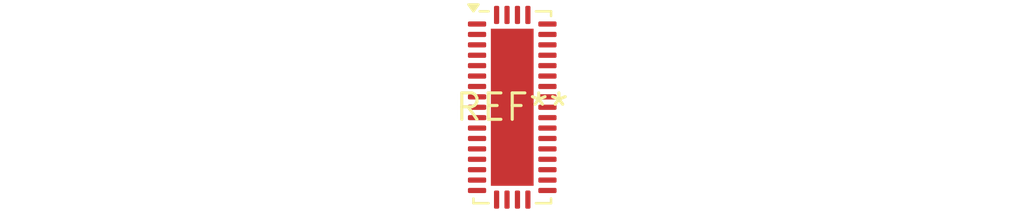
<source format=kicad_pcb>
(kicad_pcb (version 20240108) (generator pcbnew)
  (layers (0 "F.Cu" signal) (31 "B.Cu" signal) (34 "B.Paste" user) (35 "F.Paste" user) (36 "B.SilkS" user "B.Silkscreen") (37 "F.SilkS" user "F.Silkscreen") (38 "B.Mask" user) (39 "F.Mask" user) (44 "Edge.Cuts" user))
  (net 0 "")
  (footprint "WQFN-42-1EP_3.5x9mm_P0.5mm_EP2.05x7.55mm" (layer "F.Cu") (at 0 0)
    (property "Reference" "REF**")
    (property "Value" "WQFN-42-1EP_3.5x9mm_P0.5mm_EP2.05x7.55mm")
    (fp_line (start -1.86 4.61) (end -1.86 4.385) (layer "F.SilkS") (stroke (width 0.12)))
    (fp_line (start -1.135 -4.61) (end -1.56 -4.61) (layer "F.SilkS") (stroke (width 0.12)))
    (fp_line (start -1.135 4.61) (end -1.86 4.61) (layer "F.SilkS") (stroke (width 0.12)))
    (fp_line (start 1.135 -4.61) (end 1.86 -4.61) (layer "F.SilkS") (stroke (width 0.12)))
    (fp_line (start 1.135 4.61) (end 1.86 4.61) (layer "F.SilkS") (stroke (width 0.12)))
    (fp_line (start 1.86 -4.61) (end 1.86 -4.385) (layer "F.SilkS") (stroke (width 0.12)))
    (fp_line (start 1.86 4.61) (end 1.86 4.385) (layer "F.SilkS") (stroke (width 0.12)))
    (fp_poly (pts (xy -1.86 -4.61) (xy -2.1 -4.94) (xy -1.62 -4.94) (xy -1.86 -4.61)) (layer "F.SilkS") (stroke (width 0.12)) (fill solid))
    (pad "1" smd roundrect (at -1.6875 -4) (size 0.875 0.25) (layers "F.Cu" "F.Paste" "F.Mask"))
    (pad "2" smd roundrect (at -1.6875 -3.5) (size 0.875 0.25) (layers "F.Cu" "F.Paste" "F.Mask"))
    (pad "3" smd roundrect (at -1.6875 -3) (size 0.875 0.25) (layers "F.Cu" "F.Paste" "F.Mask"))
    (pad "4" smd roundrect (at -1.6875 -2.5) (size 0.875 0.25) (layers "F.Cu" "F.Paste" "F.Mask"))
    (pad "5" smd roundrect (at -1.6875 -2) (size 0.875 0.25) (layers "F.Cu" "F.Paste" "F.Mask"))
    (pad "6" smd roundrect (at -1.6875 -1.5) (size 0.875 0.25) (layers "F.Cu" "F.Paste" "F.Mask"))
    (pad "7" smd roundrect (at -1.6875 -1) (size 0.875 0.25) (layers "F.Cu" "F.Paste" "F.Mask"))
    (pad "8" smd roundrect (at -1.6875 -0.5) (size 0.875 0.25) (layers "F.Cu" "F.Paste" "F.Mask"))
    (pad "9" smd roundrect (at -1.6875 0) (size 0.875 0.25) (layers "F.Cu" "F.Paste" "F.Mask"))
    (pad "10" smd roundrect (at -1.6875 0.5) (size 0.875 0.25) (layers "F.Cu" "F.Paste" "F.Mask"))
    (pad "11" smd roundrect (at -1.6875 1) (size 0.875 0.25) (layers "F.Cu" "F.Paste" "F.Mask"))
    (pad "12" smd roundrect (at -1.6875 1.5) (size 0.875 0.25) (layers "F.Cu" "F.Paste" "F.Mask"))
    (pad "13" smd roundrect (at -1.6875 2) (size 0.875 0.25) (layers "F.Cu" "F.Paste" "F.Mask"))
    (pad "14" smd roundrect (at -1.6875 2.5) (size 0.875 0.25) (layers "F.Cu" "F.Paste" "F.Mask"))
    (pad "15" smd roundrect (at -1.6875 3) (size 0.875 0.25) (layers "F.Cu" "F.Paste" "F.Mask"))
    (pad "16" smd roundrect (at -1.6875 3.5) (size 0.875 0.25) (layers "F.Cu" "F.Paste" "F.Mask"))
    (pad "17" smd roundrect (at -1.6875 4) (size 0.875 0.25) (layers "F.Cu" "F.Paste" "F.Mask"))
    (pad "18" smd roundrect (at -0.75 4.4375) (size 0.25 0.875) (layers "F.Cu" "F.Paste" "F.Mask"))
    (pad "19" smd roundrect (at -0.25 4.4375) (size 0.25 0.875) (layers "F.Cu" "F.Paste" "F.Mask"))
    (pad "20" smd roundrect (at 0.25 4.4375) (size 0.25 0.875) (layers "F.Cu" "F.Paste" "F.Mask"))
    (pad "21" smd roundrect (at 0.75 4.4375) (size 0.25 0.875) (layers "F.Cu" "F.Paste" "F.Mask"))
    (pad "22" smd roundrect (at 1.6875 4) (size 0.875 0.25) (layers "F.Cu" "F.Paste" "F.Mask"))
    (pad "23" smd roundrect (at 1.6875 3.5) (size 0.875 0.25) (layers "F.Cu" "F.Paste" "F.Mask"))
    (pad "24" smd roundrect (at 1.6875 3) (size 0.875 0.25) (layers "F.Cu" "F.Paste" "F.Mask"))
    (pad "25" smd roundrect (at 1.6875 2.5) (size 0.875 0.25) (layers "F.Cu" "F.Paste" "F.Mask"))
    (pad "26" smd roundrect (at 1.6875 2) (size 0.875 0.25) (layers "F.Cu" "F.Paste" "F.Mask"))
    (pad "27" smd roundrect (at 1.6875 1.5) (size 0.875 0.25) (layers "F.Cu" "F.Paste" "F.Mask"))
    (pad "28" smd roundrect (at 1.6875 1) (size 0.875 0.25) (layers "F.Cu" "F.Paste" "F.Mask"))
    (pad "29" smd roundrect (at 1.6875 0.5) (size 0.875 0.25) (layers "F.Cu" "F.Paste" "F.Mask"))
    (pad "30" smd roundrect (at 1.6875 0) (size 0.875 0.25) (layers "F.Cu" "F.Paste" "F.Mask"))
    (pad "31" smd roundrect (at 1.6875 -0.5) (size 0.875 0.25) (layers "F.Cu" "F.Paste" "F.Mask"))
    (pad "32" smd roundrect (at 1.6875 -1) (size 0.875 0.25) (layers "F.Cu" "F.Paste" "F.Mask"))
    (pad "33" smd roundrect (at 1.6875 -1.5) (size 0.875 0.25) (layers "F.Cu" "F.Paste" "F.Mask"))
    (pad "34" smd roundrect (at 1.6875 -2) (size 0.875 0.25) (layers "F.Cu" "F.Paste" "F.Mask"))
    (pad "35" smd roundrect (at 1.6875 -2.5) (size 0.875 0.25) (layers "F.Cu" "F.Paste" "F.Mask"))
    (pad "36" smd roundrect (at 1.6875 -3) (size 0.875 0.25) (layers "F.Cu" "F.Paste" "F.Mask"))
    (pad "37" smd roundrect (at 1.6875 -3.5) (size 0.875 0.25) (layers "F.Cu" "F.Paste" "F.Mask"))
    (pad "38" smd roundrect (at 1.6875 -4) (size 0.875 0.25) (layers "F.Cu" "F.Paste" "F.Mask"))
    (pad "39" smd roundrect (at 0.75 -4.4375) (size 0.25 0.875) (layers "F.Cu" "F.Paste" "F.Mask"))
    (pad "40" smd roundrect (at 0.25 -4.4375) (size 0.25 0.875) (layers "F.Cu" "F.Paste" "F.Mask"))
    (pad "41" smd roundrect (at -0.25 -4.4375) (size 0.25 0.875) (layers "F.Cu" "F.Paste" "F.Mask"))
    (pad "42" smd roundrect (at -0.75 -4.4375) (size 0.25 0.875) (layers "F.Cu" "F.Paste" "F.Mask"))
    (pad "43" smd rect (at 0 0) (size 2.05 7.55) (property pad_prop_heatsink) (layers "F.Cu" "F.Mask"))
  )
)
</source>
